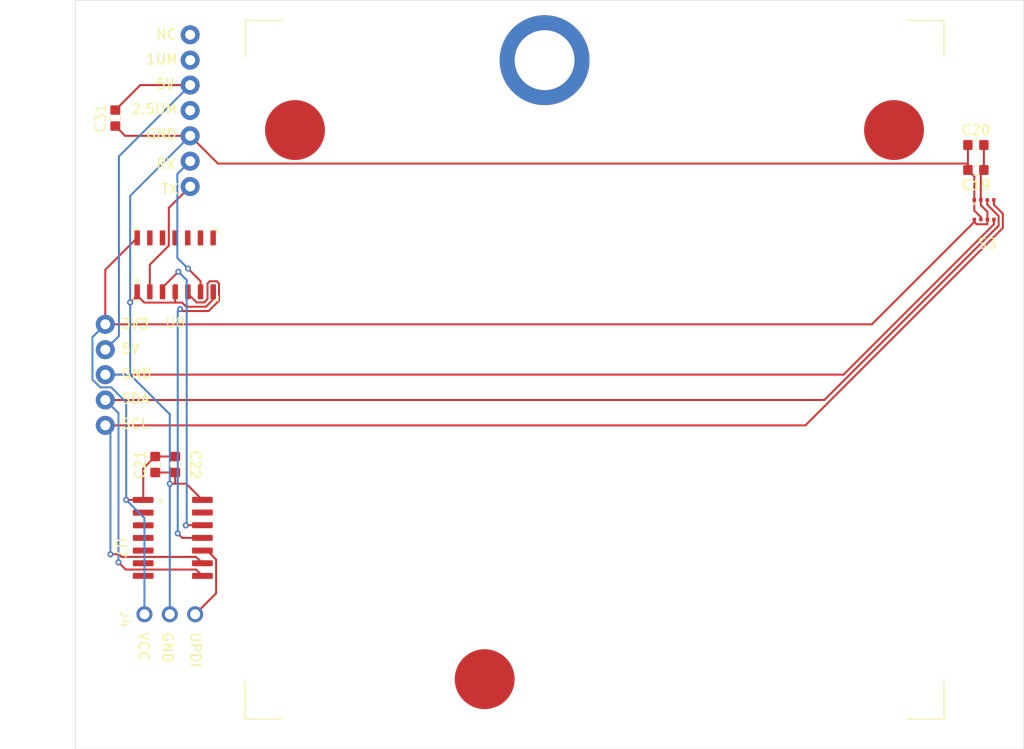
<source format=kicad_pcb>
(kicad_pcb (version 20241229) (generator "pcbnew") (generator_version "9.0")
  (layers (0 "F.Cu" signal) (2 "B.Cu" signal) (13 "F.Paste" user) (15 "B.Paste" user) (5 "F.SilkS" user "F.Silkscreen") (7 "B.SilkS" user "B.Silkscreen") (1 "F.Mask" user) (3 "B.Mask" user) (25 "Edge.Cuts" user))
  (net 0 "")
  (net 1 "3V3")
  (net 2 "GND")
  (net 3 "5V")
  (net 4 "SCL")
  (net 5 "SDA")
  (net 6 "UPDI")
  (net 9 "PM_TX")
  (net 11 "PM_RX")
  (net 17 "AT_CLIM_RX")
  (net 19 "AT_CLIM_TX")
  (footprint "common:C_0603" (layer "F.Cu") (at 116 77.8 90)
    (property "Reference" "C31" (at 0 -1.5 90) (layer "F.SilkS") (effects (font (thickness 0.1))))
    (property "Value" "100nF")
    (fp_line (start -0.2 -0.5) (end 0.2 -0.5) (stroke (width 0.1)) (layer "F.SilkS"))
    (fp_line (start -0.2 0.5) (end 0.2 0.5) (stroke (width 0.1)) (layer "F.SilkS"))
    (pad "1" smd roundrect (at -0.8 0 90) (size 0.95 1) (layers "F.Cu" "F.Mask" "F.Paste") (roundrect_rratio 0.15) (net 2 "GND"))
    (pad "2" smd roundrect (at 0.8 0 90) (size 0.95 1) (layers "F.Cu" "F.Mask" "F.Paste") (roundrect_rratio 0.15) (net 3 "5V"))
  )
  (footprint "air_sens_foots:ATtiny_Programming_Header" (layer "F.Cu") (at 121.46 132)
    (property "Reference" "J4" (at -4.5 -4 270) (layer "F.SilkS") (effects (font (thickness 0.1))))
    (property "Value" "~")
    (fp_text user "GND" (at -0.8 -2.8 270) (layer "F.SilkS") (effects (justify left bottom)))
    (fp_text user "VCC" (at -3.2 -2.8 270) (layer "F.SilkS") (effects (justify left bottom)))
    (fp_text user "UPDI" (at 2 -2.8 270) (layer "F.SilkS") (effects (justify left bottom)))
    (pad "1" thru_hole circle (at -2.54 -4.5 90) (size 1.6 1.6) (drill 1) (layers "*.Cu" "*.Mask") (net 1 "3V3"))
    (pad "2" thru_hole circle (at 0 -4.5 90) (size 1.6 1.6) (drill 1) (layers "*.Cu" "*.Mask") (net 2 "GND"))
    (pad "3" thru_hole circle (at 2.54 -4.5 90) (size 1.6 1.6) (drill 1) (layers "*.Cu" "*.Mask") (net 6 "UPDI"))
  )
  (footprint "air_sens_foots:ATtiny1614" (layer "F.Cu") (at 116.0625 120.85 -90)
    (property "Reference" "U7" (at 0 -0.5 270) (layer "F.SilkS"))
    (property "Value" "ATtiny1614")
    (fp_circle (center -4.7 -4.5) (end -4.6 -4.6) (stroke (width 0.1)) (fill no) (layer "F.SilkS"))
    (pad "1" smd roundrect (at -4.8 -2.7375) (size 2.075 0.6) (layers "F.Cu" "F.Mask" "F.Paste") (roundrect_rratio 0.15) (net 1 "3V3"))
    (pad "2" smd roundrect (at -3.53 -2.7375) (size 2.075 0.6) (layers "F.Cu" "F.Mask" "F.Paste") (roundrect_rratio 0.15))
    (pad "3" smd roundrect (at -2.26 -2.7375) (size 2.075 0.6) (layers "F.Cu" "F.Mask" "F.Paste") (roundrect_rratio 0.15))
    (pad "4" smd roundrect (at -0.995 -2.7375) (size 2.075 0.59) (layers "F.Cu" "F.Mask" "F.Paste") (roundrect_rratio 0.15))
    (pad "5" smd roundrect (at 0.27 -2.7375) (size 2.075 0.6) (layers "F.Cu" "F.Mask" "F.Paste") (roundrect_rratio 0.15))
    (pad "6" smd roundrect (at 1.54 -2.7375) (size 2.075 0.6) (layers "F.Cu" "F.Mask" "F.Paste") (roundrect_rratio 0.15))
    (pad "7" smd roundrect (at 2.805 -2.7375) (size 2.075 0.59) (layers "F.Cu" "F.Mask" "F.Paste") (roundrect_rratio 0.15))
    (pad "8" smd roundrect (at 2.81 -8.6625) (size 2.075 0.6) (layers "F.Cu" "F.Mask" "F.Paste") (roundrect_rratio 0.15) (net 5 "SDA"))
    (pad "9" smd roundrect (at 1.54 -8.6625) (size 2.075 0.6) (layers "F.Cu" "F.Mask" "F.Paste") (roundrect_rratio 0.15) (net 4 "SCL"))
    (pad "10" smd roundrect (at 0.27 -8.6625) (size 2.075 0.6) (layers "F.Cu" "F.Mask" "F.Paste") (roundrect_rratio 0.15) (net 6 "UPDI"))
    (pad "11" smd roundrect (at -1 -8.6625) (size 2.075 0.6) (layers "F.Cu" "F.Mask" "F.Paste") (roundrect_rratio 0.15) (net 19 "AT_CLIM_TX"))
    (pad "12" smd roundrect (at -2.27 -8.6625) (size 2.075 0.6) (layers "F.Cu" "F.Mask" "F.Paste") (roundrect_rratio 0.15) (net 17 "AT_CLIM_RX"))
    (pad "13" smd roundrect (at -3.54 -8.6625) (size 2.075 0.6) (layers "F.Cu" "F.Mask" "F.Paste") (roundrect_rratio 0.15))
    (pad "14" smd roundrect (at -4.805 -8.6625) (size 2.075 0.61) (layers "F.Cu" "F.Mask" "F.Paste") (roundrect_rratio 0.15) (net 2 "GND"))
  )
  (footprint "common:C_0603" (layer "F.Cu") (at 120 112.5 90)
    (property "Reference" "C21" (at 0 -1.5 90) (layer "F.SilkS"))
    (property "Value" "100nF")
    (fp_line (start -0.2 -0.5) (end 0.2 -0.5) (stroke (width 0.1)) (layer "F.SilkS"))
    (fp_line (start -0.2 0.5) (end 0.2 0.5) (stroke (width 0.1)) (layer "F.SilkS"))
    (pad "1" smd roundrect (at -0.8 0 90) (size 0.95 1) (layers "F.Cu" "F.Mask" "F.Paste") (roundrect_rratio 0.15) (net 2 "GND"))
    (pad "2" smd roundrect (at 0.8 0 90) (size 0.95 1) (layers "F.Cu" "F.Mask" "F.Paste") (roundrect_rratio 0.15) (net 1 "3V3"))
  )
  (footprint "air_sens_foots:SN74LVC125" (layer "F.Cu") (at 122 92.5)
    (property "Reference" "U8" (at 0 5.8 0) (layer "F.SilkS") (effects (font (thickness 0.1))))
    (property "Value" "buffer")
    (fp_line (start -4.2 -3.6) (end -3.7 -3.6) (stroke (width 0.1)) (layer "F.SilkS"))
    (fp_line (start -4.2 -3.1) (end -4.2 -3.6) (stroke (width 0.1)) (layer "F.SilkS"))
    (fp_line (start -4.2 3.6) (end -4.2 3.1) (stroke (width 0.1)) (layer "F.SilkS"))
    (fp_line (start -3.7 3.6) (end -4.2 3.6) (stroke (width 0.1)) (layer "F.SilkS"))
    (fp_line (start 3.7 -3.6) (end 4.2 -3.6) (stroke (width 0.1)) (layer "F.SilkS"))
    (fp_line (start 4.2 -3.6) (end 4.2 -3.1) (stroke (width 0.1)) (layer "F.SilkS"))
    (fp_line (start 4.3 3.1) (end 4.3 3.6) (stroke (width 0.1)) (layer "F.SilkS"))
    (fp_line (start 4.3 3.6) (end 3.8 3.6) (stroke (width 0.1)) (layer "F.SilkS"))
    (fp_circle (center -3.8 1.6) (end -3.7 1.5) (stroke (width 0.1)) (fill no) (layer "F.SilkS"))
    (pad "1" smd roundrect (at -3.81 2.7) (size 0.55 1.5) (layers "F.Cu" "F.Mask" "F.Paste") (roundrect_rratio 0.15) (net 2 "GND") (clearance 0.07))
    (pad "2" smd roundrect (at -2.54 2.7) (size 0.55 1.5) (layers "F.Cu" "F.Mask" "F.Paste") (roundrect_rratio 0.15) (net 9 "PM_TX") (clearance 0.07))
    (pad "3" smd roundrect (at -1.27 2.7) (size 0.55 1.5) (layers "F.Cu" "F.Mask" "F.Paste") (roundrect_rratio 0.15) (net 17 "AT_CLIM_RX") (clearance 0.07))
    (pad "4" smd roundrect (at 0 2.7) (size 0.55 1.5) (layers "F.Cu" "F.Mask" "F.Paste") (roundrect_rratio 0.15) (net 2 "GND") (clearance 0.07))
    (pad "5" smd roundrect (at 1.27 2.7) (size 0.55 1.5) (layers "F.Cu" "F.Mask" "F.Paste") (roundrect_rratio 0.15) (net 19 "AT_CLIM_TX") (clearance 0.07))
    (pad "6" smd roundrect (at 2.54 2.7) (size 0.55 1.5) (layers "F.Cu" "F.Mask" "F.Paste") (roundrect_rratio 0.15) (net 11 "PM_RX") (clearance 0.07))
    (pad "7" smd roundrect (at 3.81 2.7) (size 0.55 1.5) (layers "F.Cu" "F.Mask" "F.Paste") (roundrect_rratio 0.15) (net 2 "GND") (clearance 0.07))
    (pad "8" smd roundrect (at 3.8 -2.7) (size 0.55 1.5) (layers "F.Cu" "F.Mask" "F.Paste") (roundrect_rratio 0.15) (clearance 0.07))
    (pad "9" smd roundrect (at 2.53 -2.7) (size 0.55 1.5) (layers "F.Cu" "F.Mask" "F.Paste") (roundrect_rratio 0.15) (clearance 0.07))
    (pad "10" smd roundrect (at 1.26 -2.7) (size 0.55 1.5) (layers "F.Cu" "F.Mask" "F.Paste") (roundrect_rratio 0.15) (clearance 0.07))
    (pad "11" smd roundrect (at -0.01 -2.7) (size 0.55 1.5) (layers "F.Cu" "F.Mask" "F.Paste") (roundrect_rratio 0.15) (clearance 0.07))
    (pad "12" smd roundrect (at -1.27 -2.7) (size 0.55 1.5) (layers "F.Cu" "F.Mask" "F.Paste") (roundrect_rratio 0.15) (clearance 0.07))
    (pad "13" smd roundrect (at -2.54 -2.7) (size 0.55 1.5) (layers "F.Cu" "F.Mask" "F.Paste") (roundrect_rratio 0.15) (clearance 0.07))
    (pad "14" smd roundrect (at -3.81 -2.7) (size 0.55 1.5) (layers "F.Cu" "F.Mask" "F.Paste") (roundrect_rratio 0.15) (net 1 "3V3") (clearance 0.07))
  )
  (footprint "air_sens_foots:BME280" (layer "F.Cu") (at 203.02 86.98)
    (property "Reference" "S3" (at 0.3 3.4 0) (layer "F.SilkS") (effects (font (thickness 0.1))))
    (property "Value" "BME280")
    (fp_circle (center -0.9 -0.6) (end -1 -0.6) (stroke (width 0.1)) (fill no) (layer "F.SilkS"))
    (pad "1" smd rect (at -0.98 -0.98 90) (size 0.35 0.35) (layers "F.Cu" "F.Mask" "F.Paste") (net 2 "GND"))
    (pad "2" smd rect (at -0.33 -0.98 90) (size 0.35 0.35) (layers "F.Cu" "F.Mask" "F.Paste") (net 1 "3V3"))
    (pad "3" smd rect (at 0.32 -0.98 180) (size 0.35 0.35) (layers "F.Cu" "F.Mask" "F.Paste") (net 5 "SDA"))
    (pad "4" smd rect (at 0.98 -0.98 90) (size 0.35 0.35) (layers "F.Cu" "F.Mask" "F.Paste") (net 4 "SCL"))
    (pad "5" smd rect (at 0.98 0.98 90) (size 0.35 0.35) (layers "F.Cu" "F.Mask" "F.Paste") (net 2 "GND"))
    (pad "6" smd rect (at 0.33 0.98 90) (size 0.35 0.35) (layers "F.Cu" "F.Mask" "F.Paste") (net 1 "3V3"))
    (pad "7" smd rect (at -0.32 0.98 90) (size 0.35 0.35) (layers "F.Cu" "F.Mask" "F.Paste") (net 2 "GND"))
    (pad "8" smd rect (at -0.98 0.98 90) (size 0.35 0.35) (layers "F.Cu" "F.Mask" "F.Paste") (net 1 "3V3"))
  )
  (footprint "air_sens_foots:GPIO_HEADER" (layer "F.Cu") (at 110.9 103.44 -90)
    (property "Reference" "G1" (hide yes))
    (property "Value" "~")
    (fp_text user "3V3" (at -4.44 -5.6 0) (layer "F.SilkS") (effects (justify left bottom)))
    (fp_text user "GND" (at 0.56 -5.6 0) (layer "F.SilkS") (effects (justify left bottom)))
    (fp_text user "SDA" (at 3.06 -5.6 0) (layer "F.SilkS") (effects (justify left bottom)))
    (fp_text user "5V" (at -1.94 -5.6 0) (layer "F.SilkS") (effects (justify left bottom)))
    (fp_text user "SCL" (at 5.56 -5.6 0) (layer "F.SilkS") (effects (justify left bottom)))
    (pad "1" thru_hole circle (at -4.98 -4.1 270) (size 1.905 1.905) (drill 1) (layers "*.Cu" "*.Mask") (net 1 "3V3"))
    (pad "2" thru_hole circle (at -2.44 -4.1 270) (size 1.905 1.905) (drill 1) (layers "*.Cu" "*.Mask") (net 3 "5V"))
    (pad "3" thru_hole circle (at 0.06 -4.1 270) (size 1.905 1.905) (drill 1) (layers "*.Cu" "*.Mask") (net 2 "GND"))
    (pad "4" thru_hole circle (at 2.6 -4.1 270) (size 1.905 1.905) (drill 1) (layers "*.Cu" "*.Mask") (net 5 "SDA"))
    (pad "5" thru_hole circle (at 5.14 -4.1 270) (size 1.905 1.905) (drill 1) (layers "*.Cu" "*.Mask") (net 4 "SCL"))
  )
  (footprint "common:C_0603" (layer "F.Cu") (at 122 112.5 90)
    (property "Reference" "C22" (at 0 2 270) (layer "F.SilkS"))
    (property "Value" "100nF")
    (fp_line (start -0.2 -0.5) (end 0.2 -0.5) (stroke (width 0.1)) (layer "F.SilkS"))
    (fp_line (start -0.2 0.5) (end 0.2 0.5) (stroke (width 0.1)) (layer "F.SilkS"))
    (pad "1" smd roundrect (at -0.8 0 90) (size 0.95 1) (layers "F.Cu" "F.Mask" "F.Paste") (roundrect_rratio 0.15) (net 2 "GND"))
    (pad "2" smd roundrect (at 0.8 0 90) (size 0.95 1) (layers "F.Cu" "F.Mask" "F.Paste") (roundrect_rratio 0.15) (net 1 "3V3"))
  )
  (footprint "common:C_0603" (layer "F.Cu") (at 202.2 83 180)
    (property "Reference" "C19" (at 0 -1.5 0) (layer "F.SilkS"))
    (property "Value" "100nF")
    (fp_line (start -0.2 0.5) (end 0.2 0.5) (stroke (width 0.1)) (layer "F.SilkS"))
    (fp_line (start -0.2 -0.5) (end 0.2 -0.5) (stroke (width 0.1)) (layer "F.SilkS"))
    (pad "1" smd roundrect (at -0.8 0 180) (size 0.95 1) (layers "F.Cu" "F.Mask" "F.Paste") (roundrect_rratio 0.15) (net 1 "3V3"))
    (pad "2" smd roundrect (at 0.8 0 180) (size 0.95 1) (layers "F.Cu" "F.Mask" "F.Paste") (roundrect_rratio 0.15) (net 2 "GND"))
  )
  (footprint "air_sens_foots:SDS011" (layer "F.Cu") (at 122.2 75.74 -90)
    (property "Reference" "S4" (hide yes))
    (property "Value" "SDS011")
    (fp_text user "1UM" (at -3.24 3.2 0) (layer "F.SilkS") (effects (justify left bottom)))
    (fp_text user "NC" (at -5.74 2.2 0) (layer "F.SilkS") (effects (justify left bottom)))
    (fp_text user "GND" (at 4.26 3.2 0) (layer "F.SilkS") (effects (justify left bottom)))
    (fp_text user "2.5UM" (at 1.76 4.7 0) (layer "F.SilkS") (effects (justify left bottom)))
    (fp_text user "5V" (at -0.74 2.2 0) (layer "F.SilkS") (effects (justify left bottom)))
    (fp_text user "RX" (at 7.26 2.2 0) (layer "F.SilkS") (effects (justify left bottom)))
    (fp_text user "TX" (at 9.76 1.7 0) (layer "F.SilkS") (effects (justify left bottom)))
    (pad "1" thru_hole circle (at -6.28 -1.3 270) (size 1.905 1.905) (drill 1) (layers "*.Cu" "*.Mask"))
    (pad "2" thru_hole circle (at -3.74 -1.3 270) (size 1.905 1.905) (drill 1) (layers "*.Cu" "*.Mask"))
    (pad "3" thru_hole circle (at -1.24 -1.3 270) (size 1.905 1.905) (drill 1) (layers "*.Cu" "*.Mask") (net 3 "5V"))
    (pad "4" thru_hole circle (at 1.3 -1.3 270) (size 1.905 1.905) (drill 1) (layers "*.Cu" "*.Mask"))
    (pad "5" thru_hole circle (at 3.84 -1.3 270) (size 1.905 1.905) (drill 1) (layers "*.Cu" "*.Mask") (net 2 "GND"))
    (pad "6" thru_hole circle (at 6.38 -1.3 270) (size 1.905 1.905) (drill 1) (layers "*.Cu" "*.Mask") (net 11 "PM_RX"))
    (pad "7" thru_hole circle (at 8.92 -1.3 270) (size 1.905 1.905) (drill 1) (layers "*.Cu" "*.Mask") (net 9 "PM_TX"))
  )
  (footprint "common:C_0603" (layer "F.Cu") (at 202.2 80.5)
    (property "Reference" "C20" (at 0 -1.5 0) (layer "F.SilkS"))
    (property "Value" "100nF")
    (fp_line (start -0.2 -0.5) (end 0.2 -0.5) (stroke (width 0.1)) (layer "F.SilkS"))
    (fp_line (start -0.2 0.5) (end 0.2 0.5) (stroke (width 0.1)) (layer "F.SilkS"))
    (pad "1" smd roundrect (at -0.8 0) (size 0.95 1) (layers "F.Cu" "F.Mask" "F.Paste") (roundrect_rratio 0.15) (net 2 "GND"))
    (pad "2" smd roundrect (at 0.8 0) (size 0.95 1) (layers "F.Cu" "F.Mask" "F.Paste") (roundrect_rratio 0.15) (net 1 "3V3"))
  )
  (footprint "air_sens_foots:SDS011_MOUNT" (layer "F.Cu") (at 164 103)
    (property "Reference" "REF**" (hide yes))
    (property "Value" "SDS011_MOUNT")
    (fp_line (start -35 31.3) (end -35 35) (stroke (width 0.1)) (layer "F.SilkS"))
    (fp_line (start -34.95 -31.3) (end -34.95 -35) (stroke (width 0.1)) (layer "F.SilkS"))
    (fp_line (start -31.3 35) (end -35 35) (stroke (width 0.1)) (layer "F.SilkS"))
    (fp_line (start -31.25 -35) (end -34.95 -35) (stroke (width 0.1)) (layer "F.SilkS"))
    (fp_line (start 31.3 -35) (end 35 -35) (stroke (width 0.1)) (layer "F.SilkS"))
    (fp_line (start 31.3 35) (end 35 35) (stroke (width 0.1)) (layer "F.SilkS"))
    (fp_line (start 35 -31.3) (end 35 -35) (stroke (width 0.1)) (layer "F.SilkS"))
    (fp_line (start 35 31.3) (end 35 35) (stroke (width 0.1)) (layer "F.SilkS"))
    (pad "1" smd circle (at 30 -24) (size 6 6) (layers "F.Cu" "F.Mask" "F.Paste"))
    (pad "2" smd circle (at -30 -24) (size 6 6) (layers "F.Cu" "F.Mask" "F.Paste"))
    (pad "3" smd circle (at -11 31) (size 6 6) (layers "F.Cu" "F.Mask" "F.Paste"))
    (pad "4" thru_hole circle (at -5 -31) (size 9 9) (drill 6) (layers "*.Cu" "*.Mask"))
  )
  (gr_rect (start 112 66) (end 207 141) (stroke (width 0.05)) (fill no) (layer "Edge.Cuts"))
  (segment (start 203 80.5) (end 203 83) (width 0.2) (layer "F.Cu") (net 1))
  (segment (start 115 92.99) (end 118.19 89.8) (width 0.2) (layer "F.Cu") (net 1))
  (segment (start 202.04 87.96) (end 202.04 88.1983) (width 0.2) (layer "F.Cu") (net 1))
  (segment (start 202.69 83.31) (end 202.69 86) (width 0.2) (layer "F.Cu") (net 1))
  (segment (start 191.7783 98.46) (end 115 98.46) (width 0.2) (layer "F.Cu") (net 1))
  (segment (start 120 111.7) (end 118.8 112.9) (width 0.2) (layer "F.Cu") (net 1))
  (segment (start 202.2784 88.4367) (end 202.04 88.1983) (width 0.2) (layer "F.Cu") (net 1))
  (segment (start 203.35 88.4367) (end 202.2784 88.4367) (width 0.2) (layer "F.Cu") (net 1))
  (segment (start 115 98.46) (end 115 92.99) (width 0.2) (layer "F.Cu") (net 1))
  (segment (start 118.8 116.044) (end 117.0904 116.044) (width 0.2) (layer "F.Cu") (net 1))
  (segment (start 203 83) (end 202.69 83.31) (width 0.2) (layer "F.Cu") (net 1))
  (segment (start 122 111.7) (end 120 111.7) (width 0.2) (layer "F.Cu") (net 1))
  (segment (start 118.8 116.044) (end 118.8 116.05) (width 0.2) (layer "F.Cu") (net 1))
  (segment (start 203.35 87.96) (end 203.35 88.4367) (width 0.2) (layer "F.Cu") (net 1))
  (segment (start 203.35 87.1816) (end 203.35 87.96) (width 0.2) (layer "F.Cu") (net 1))
  (segment (start 202.69 86) (end 202.69 86.5216) (width 0.2) (layer "F.Cu") (net 1))
  (segment (start 118.8 112.9) (end 118.8 116.044) (width 0.2) (layer "F.Cu") (net 1))
  (segment (start 202.04 88.1983) (end 191.7783 98.46) (width 0.2) (layer "F.Cu") (net 1))
  (segment (start 202.69 86.5216) (end 203.35 87.1816) (width 0.2) (layer "F.Cu") (net 1))
  (via (at 117.0904 116.044) (size 0.6) (drill 0.3) (layers "F.Cu" "B.Cu") (net 1))
  (segment (start 117.0904 106.267) (end 117.0904 116.044) (width 0.2) (layer "B.Cu") (net 1))
  (segment (start 113.7107 99.7493) (end 113.7107 103.9861) (width 0.2) (layer "B.Cu") (net 1))
  (segment (start 113.7107 103.9861) (end 114.4946 104.77) (width 0.2) (layer "B.Cu") (net 1))
  (segment (start 114.4946 104.77) (end 115.5934 104.77) (width 0.2) (layer "B.Cu") (net 1))
  (segment (start 115 98.46) (end 113.7107 99.7493) (width 0.2) (layer "B.Cu") (net 1))
  (segment (start 118.92 117.8736) (end 118.92 127.5) (width 0.2) (layer "B.Cu") (net 1))
  (segment (start 115.5934 104.77) (end 117.0904 106.267) (width 0.2) (layer "B.Cu") (net 1))
  (segment (start 117.0904 116.044) (end 118.92 117.8736) (width 0.2) (layer "B.Cu") (net 1))
  (segment (start 126.2778 82.3578) (end 123.5 79.58) (width 0.2) (layer "F.Cu") (net 2))
  (segment (start 118.19 95.5682) (end 117.4904 96.2678) (width 0.2) (layer "F.Cu") (net 2))
  (segment (start 116.98 79.58) (end 116 78.6) (width 0.2) (layer "F.Cu") (net 2))
  (segment (start 201.4 82.3578) (end 126.2778 82.3578) (width 0.2) (layer "F.Cu") (net 2))
  (segment (start 125.0848 96.693) (end 125.81 95.9678) (width 0.2) (layer "F.Cu") (net 2))
  (segment (start 118.19 95.2) (end 118.19 95.3064) (width 0.2) (layer "F.Cu") (net 2))
  (segment (start 201.4 82.55) (end 201.4 83) (width 0.2) (layer "F.Cu") (net 2))
  (segment (start 121.4906 113.3) (end 120 113.3) (width 0.2) (layer "F.Cu") (net 2))
  (segment (start 122 114.4219) (end 121.46 114.4219) (width 0.2) (layer "F.Cu") (net 2))
  (segment (start 125.81 95.9678) (end 125.81 95.2) (width 0.2) (layer "F.Cu") (net 2))
  (segment (start 202.04 86) (end 202.04 87.0616) (width 0.2) (layer "F.Cu") (net 2))
  (segment (start 204 87.96) (end 204 88.4367) (width 0.2) (layer "F.Cu") (net 2))
  (segment (start 118.19 95.4128) (end 118.19 95.4541) (width 0.2) (layer "F.Cu") (net 2))
  (segment (start 202.04 83.64) (end 202.04 86) (width 0.2) (layer "F.Cu") (net 2))
  (segment (start 122 96.285) (end 122.6887 96.285) (width 0.2) (layer "F.Cu") (net 2))
  (segment (start 122 95.2) (end 122 96.285) (width 0.2) (layer "F.Cu") (net 2))
  (segment (start 124.725 116.045) (end 123.1019 114.4219) (width 0.2) (layer "F.Cu") (net 2))
  (segment (start 201.4 80.5) (end 201.4 82.3578) (width 0.2) (layer "F.Cu") (net 2))
  (segment (start 122 114.4219) (end 122 113.3) (width 0.2) (layer "F.Cu") (net 2))
  (segment (start 188.9367 103.5) (end 204 88.4367) (width 0.2) (layer "F.Cu") (net 2))
  (segment (start 118.9068 96.285) (end 122 96.285) (width 0.2) (layer "F.Cu") (net 2))
  (segment (start 118.19 95.5682) (end 118.9068 96.285) (width 0.2) (layer "F.Cu") (net 2))
  (segment (start 122.6887 96.285) (end 123.0967 96.693) (width 0.2) (layer "F.Cu") (net 2))
  (segment (start 201.4 82.3578) (end 201.4 82.55) (width 0.2) (layer "F.Cu") (net 2))
  (segment (start 123.1019 114.4219) (end 122 114.4219) (width 0.2) (layer "F.Cu") (net 2))
  (segment (start 202.04 87.0616) (end 202.7 87.7216) (width 0.2) (layer "F.Cu") (net 2))
  (segment (start 202.7 87.96) (end 202.7 87.7216) (width 0.2) (layer "F.Cu") (net 2))
  (segment (start 118.19 95.4541) (end 118.19 95.5682) (width 0.2) (layer "F.Cu") (net 2))
  (segment (start 122 113.3) (end 121.4906 113.3) (width 0.2) (layer "F.Cu") (net 2))
  (segment (start 123.5 79.58) (end 116.98 79.58) (width 0.2) (layer "F.Cu") (net 2))
  (segment (start 201.4 83) (end 202.04 83.64) (width 0.2) (layer "F.Cu") (net 2))
  (segment (start 115 103.5) (end 188.9367 103.5) (width 0.2) (layer "F.Cu") (net 2))
  (segment (start 118.19 95.3064) (end 118.19 95.4128) (width 0.2) (layer "F.Cu") (net 2))
  (segment (start 123.0967 96.693) (end 125.0848 96.693) (width 0.2) (layer "F.Cu") (net 2))
  (via (at 117.4904 96.2678) (size 0.6) (drill 0.3) (layers "F.Cu" "B.Cu") (net 2))
  (via (at 121.46 114.4219) (size 0.6) (drill 0.3) (layers "F.Cu" "B.Cu") (net 2))
  (segment (start 117.4904 85.5896) (end 117.4904 96.2678) (width 0.2) (layer "B.Cu") (net 2))
  (segment (start 121.46 107.4696) (end 121.46 114.4219) (width 0.2) (layer "B.Cu") (net 2))
  (segment (start 121.46 114.7681) (end 121.46 114.7682) (width 0.2) (layer "B.Cu") (net 2))
  (segment (start 121.46 114.4219) (end 121.46 114.7681) (width 0.2) (layer "B.Cu") (net 2))
  (segment (start 121.46 114.7682) (end 121.46 114.7987) (width 0.2) (layer "B.Cu") (net 2))
  (segment (start 123.5 79.58) (end 117.4904 85.5896) (width 0.2) (layer "B.Cu") (net 2))
  (segment (start 117.4904 96.2678) (end 117.4904 103.5) (width 0.2) (layer "B.Cu") (net 2))
  (segment (start 121.46 114.7987) (end 121.46 127.5) (width 0.2) (layer "B.Cu") (net 2))
  (segment (start 115 103.5) (end 117.4904 103.5) (width 0.2) (layer "B.Cu") (net 2))
  (segment (start 117.4904 103.5) (end 121.46 107.4696) (width 0.2) (layer "B.Cu") (net 2))
  (segment (start 118.5 74.5) (end 116 77) (width 0.2) (layer "F.Cu") (net 3))
  (segment (start 123.5 74.5) (end 118.5 74.5) (width 0.2) (layer "F.Cu") (net 3))
  (segment (start 116.3625 81.6375) (end 116.3625 99.6375) (width 0.2) (layer "B.Cu") (net 3))
  (segment (start 123.5 74.5) (end 116.3625 81.6375) (width 0.2) (layer "B.Cu") (net 3))
  (segment (start 116.3625 99.6375) (end 115 101) (width 0.2) (layer "B.Cu") (net 3))
  (segment (start 185.1267 108.58) (end 204.8956 88.8111) (width 0.2) (layer "F.Cu") (net 4))
  (segment (start 116.3602 121.4922) (end 116.6229 121.7549) (width 0.2) (layer "F.Cu") (net 4))
  (segment (start 124.0899 121.7549) (end 124.725 122.39) (width 0.2) (layer "F.Cu") (net 4))
  (segment (start 204.8956 87.3723) (end 204 86.4767) (width 0.2) (layer "F.Cu") (net 4))
  (segment (start 116.6229 121.7549) (end 124.0899 121.7549) (width 0.2) (layer "F.Cu") (net 4))
  (segment (start 204.8956 88.8111) (end 204.8956 87.3723) (width 0.2) (layer "F.Cu") (net 4))
  (segment (start 204 86) (end 204 86.4767) (width 0.2) (layer "F.Cu") (net 4))
  (segment (start 115 108.58) (end 185.1267 108.58) (width 0.2) (layer "F.Cu") (net 4))
  (segment (start 115.5127 121.4922) (end 116.3602 121.4922) (width 0.2) (layer "F.Cu") (net 4))
  (via (at 115.5127 121.4922) (size 0.6) (drill 0.3) (layers "F.Cu" "B.Cu") (net 4))
  (segment (start 115.5127 109.0927) (end 115.5127 121.4922) (width 0.2) (layer "B.Cu") (net 4))
  (segment (start 115 108.58) (end 115.5127 109.0927) (width 0.2) (layer "B.Cu") (net 4))
  (segment (start 117.0414 123.0246) (end 124.0896 123.0246) (width 0.2) (layer "F.Cu") (net 5))
  (segment (start 203.34 86) (end 203.34 86.4767) (width 0.2) (layer "F.Cu") (net 5))
  (segment (start 115 106.04) (end 187.0203 106.04) (width 0.2) (layer "F.Cu") (net 5))
  (segment (start 116.3174 122.3006) (end 117.0414 123.0246) (width 0.2) (layer "F.Cu") (net 5))
  (segment (start 187.0203 106.04) (end 204.4767 88.5836) (width 0.2) (layer "F.Cu") (net 5))
  (segment (start 204.4767 87.6134) (end 203.34 86.4767) (width 0.2) (layer "F.Cu") (net 5))
  (segment (start 204.4767 88.5836) (end 204.4767 87.6134) (width 0.2) (layer "F.Cu") (net 5))
  (segment (start 124.0896 123.0246) (end 124.725 123.66) (width 0.2) (layer "F.Cu") (net 5))
  (via (at 116.3174 122.3006) (size 0.6) (drill 0.3) (layers "F.Cu" "B.Cu") (net 5))
  (segment (start 115 106.04) (end 116.3174 107.3574) (width 0.2) (layer "B.Cu") (net 5))
  (segment (start 116.3174 107.3574) (end 116.3174 122.3006) (width 0.2) (layer "B.Cu") (net 5))
  (segment (start 125.1988 121.12) (end 124.725 121.12) (width 0.2) (layer "F.Cu") (net 6))
  (segment (start 124 127.5) (end 126.0968 125.4032) (width 0.2) (layer "F.Cu") (net 6))
  (segment (start 126.0968 122.018) (end 125.1988 121.12) (width 0.2) (layer "F.Cu") (net 6))
  (segment (start 126.0968 125.4032) (end 126.0968 122.018) (width 0.2) (layer "F.Cu") (net 6))
  (segment (start 119.46 92.4823) (end 119.46 95.2) (width 0.2) (layer "F.Cu") (net 9))
  (segment (start 121.36 86.8) (end 121.36 90.5823) (width 0.2) (layer "F.Cu") (net 9))
  (segment (start 123.5 84.66) (end 121.36 86.8) (width 0.2) (layer "F.Cu") (net 9))
  (segment (start 121.36 90.5823) (end 119.46 92.4823) (width 0.2) (layer "F.Cu") (net 9))
  (segment (start 124.54 94.1322) (end 124.54 95.2) (width 0.2) (layer "F.Cu") (net 11))
  (segment (start 123.2861 92.8783) (end 124.54 94.1322) (width 0.2) (layer "F.Cu") (net 11))
  (via (at 123.2861 92.8783) (size 0.6) (drill 0.3) (layers "F.Cu" "B.Cu") (net 11))
  (segment (start 123.2861 92.8783) (end 122.2127 91.8049) (width 0.2) (layer "B.Cu") (net 11))
  (segment (start 122.2127 83.4073) (end 123.5 82.12) (width 0.2) (layer "B.Cu") (net 11))
  (segment (start 122.2127 91.8049) (end 122.2127 83.4073) (width 0.2) (layer "B.Cu") (net 11))
  (segment (start 123.0756 118.58) (end 124.725 118.58) (width 0.2) (layer "F.Cu") (net 17))
  (segment (start 120.73 94.7719) (end 122.3125 93.1894) (width 0.2) (layer "F.Cu") (net 17))
  (segment (start 120.73 95.2) (end 120.73 94.7719) (width 0.2) (layer "F.Cu") (net 17))
  (segment (start 123.0558 118.5998) (end 123.0756 118.58) (width 0.2) (layer "F.Cu") (net 17))
  (via (at 123.0558 118.5998) (size 0.6) (drill 0.3) (layers "F.Cu" "B.Cu") (net 17))
  (via (at 122.3125 93.1894) (size 0.6) (drill 0.3) (layers "F.Cu" "B.Cu") (net 17))
  (segment (start 123.1516 118.504) (end 123.0558 118.5998) (width 0.2) (layer "B.Cu") (net 17))
  (segment (start 122.3125 93.1894) (end 123.1516 94.0285) (width 0.2) (layer "B.Cu") (net 17))
  (segment (start 123.1516 94.0285) (end 123.1516 118.504) (width 0.2) (layer "B.Cu") (net 17))
  (segment (start 125.233 95.9302) (end 124.8961 96.2671) (width 0.2) (layer "F.Cu") (net 19))
  (segment (start 125.3541 97.1274) (end 126.387 96.0945) (width 0.2) (layer "F.Cu") (net 19))
  (segment (start 125.233 94.3731) (end 125.233 95.9302) (width 0.2) (layer "F.Cu") (net 19))
  (segment (start 122.6991 119.85) (end 122.2561 119.407) (width 0.2) (layer "F.Cu") (net 19))
  (segment (start 122.68 97.1274) (end 125.3541 97.1274) (width 0.2) (layer "F.Cu") (net 19))
  (segment (start 124.725 119.85) (end 122.6991 119.85) (width 0.2) (layer "F.Cu") (net 19))
  (segment (start 122.4891 96.9365) (end 122.68 97.1274) (width 0.2) (layer "F.Cu") (net 19))
  (segment (start 125.4581 94.148) (end 125.233 94.3731) (width 0.2) (layer "F.Cu") (net 19))
  (segment (start 124.8961 96.2671) (end 124.145 96.2671) (width 0.2) (layer "F.Cu") (net 19))
  (segment (start 124.145 96.2671) (end 123.27 95.3921) (width 0.2) (layer "F.Cu") (net 19))
  (segment (start 123.27 95.3921) (end 123.27 95.2) (width 0.2) (layer "F.Cu") (net 19))
  (segment (start 126.387 96.0945) (end 126.387 94.3731) (width 0.2) (layer "F.Cu") (net 19))
  (segment (start 126.387 94.3731) (end 126.1619 94.148) (width 0.2) (layer "F.Cu") (net 19))
  (segment (start 126.1619 94.148) (end 125.4581 94.148) (width 0.2) (layer "F.Cu") (net 19))
  (via (at 122.4891 96.9365) (size 0.6) (drill 0.3) (layers "F.Cu" "B.Cu") (net 19))
  (via (at 122.2561 119.407) (size 0.6) (drill 0.3) (layers "F.Cu" "B.Cu") (net 19))
  (segment (start 122.2561 97.1695) (end 122.4891 96.9365) (width 0.2) (layer "B.Cu") (net 19))
  (segment (start 122.2561 119.407) (end 122.2561 97.1695) (width 0.2) (layer "B.Cu") (net 19))
)
</source>
